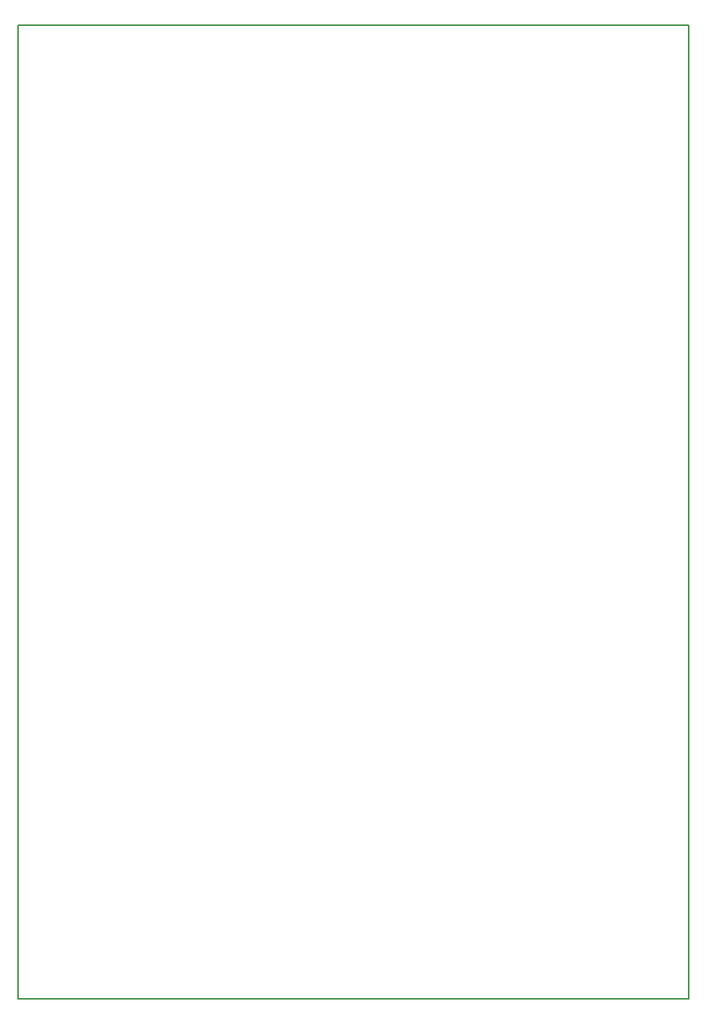
<source format=gm1>
G04 #@! TF.GenerationSoftware,KiCad,Pcbnew,8.0.6*
G04 #@! TF.CreationDate,2024-12-04T22:51:12+00:00*
G04 #@! TF.ProjectId,Pulse generator daughter board,50756c73-6520-4676-956e-657261746f72,rev?*
G04 #@! TF.SameCoordinates,Original*
G04 #@! TF.FileFunction,Profile,NP*
%FSLAX46Y46*%
G04 Gerber Fmt 4.6, Leading zero omitted, Abs format (unit mm)*
G04 Created by KiCad (PCBNEW 8.0.6) date 2024-12-04 22:51:12*
%MOMM*%
%LPD*%
G01*
G04 APERTURE LIST*
G04 #@! TA.AperFunction,Profile*
%ADD10C,0.200000*%
G04 #@! TD*
G04 APERTURE END LIST*
D10*
X97570000Y-42590000D02*
X169820000Y-42590000D01*
X169820000Y-147290000D01*
X97570000Y-147290000D01*
X97570000Y-42590000D01*
M02*

</source>
